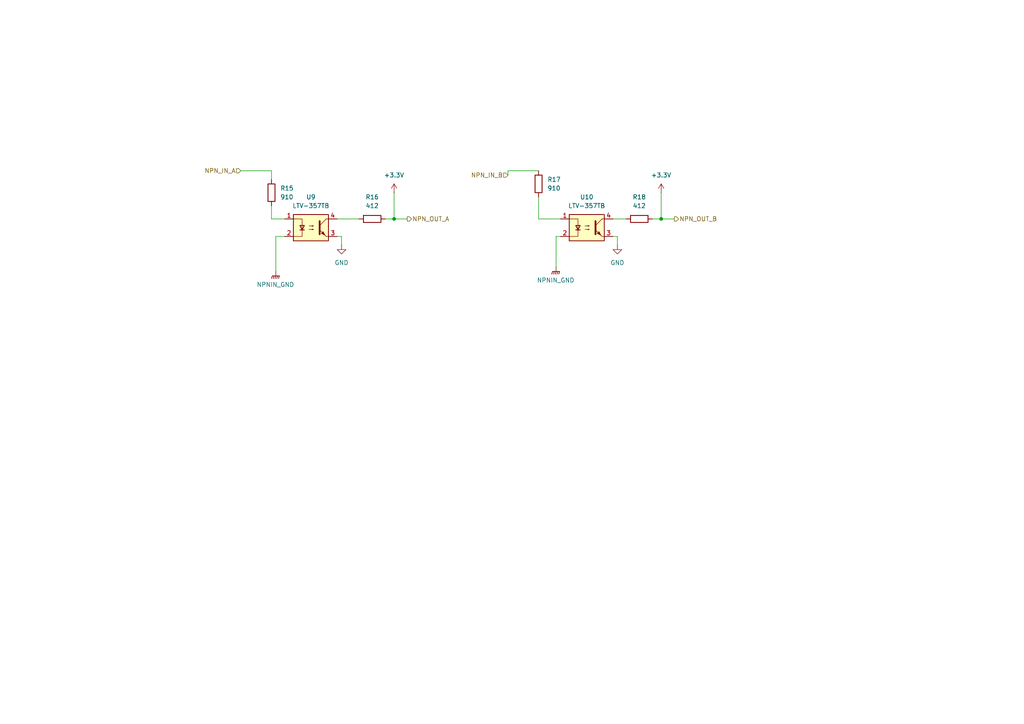
<source format=kicad_sch>
(kicad_sch
	(version 20250114)
	(generator "eeschema")
	(generator_version "9.0")
	(uuid "b23255a0-00b8-45b8-8c38-0d3968a99b1f")
	(paper "A4")
	(lib_symbols
		(symbol "Device:R"
			(pin_numbers
				(hide yes)
			)
			(pin_names
				(offset 0)
			)
			(exclude_from_sim no)
			(in_bom yes)
			(on_board yes)
			(property "Reference" "R"
				(at 2.032 0 90)
				(effects
					(font
						(size 1.27 1.27)
					)
				)
			)
			(property "Value" "R"
				(at 0 0 90)
				(effects
					(font
						(size 1.27 1.27)
					)
				)
			)
			(property "Footprint" ""
				(at -1.778 0 90)
				(effects
					(font
						(size 1.27 1.27)
					)
					(hide yes)
				)
			)
			(property "Datasheet" "~"
				(at 0 0 0)
				(effects
					(font
						(size 1.27 1.27)
					)
					(hide yes)
				)
			)
			(property "Description" "Resistor"
				(at 0 0 0)
				(effects
					(font
						(size 1.27 1.27)
					)
					(hide yes)
				)
			)
			(property "ki_keywords" "R res resistor"
				(at 0 0 0)
				(effects
					(font
						(size 1.27 1.27)
					)
					(hide yes)
				)
			)
			(property "ki_fp_filters" "R_*"
				(at 0 0 0)
				(effects
					(font
						(size 1.27 1.27)
					)
					(hide yes)
				)
			)
			(symbol "R_0_1"
				(rectangle
					(start -1.016 -2.54)
					(end 1.016 2.54)
					(stroke
						(width 0.254)
						(type default)
					)
					(fill
						(type none)
					)
				)
			)
			(symbol "R_1_1"
				(pin passive line
					(at 0 3.81 270)
					(length 1.27)
					(name "~"
						(effects
							(font
								(size 1.27 1.27)
							)
						)
					)
					(number "1"
						(effects
							(font
								(size 1.27 1.27)
							)
						)
					)
				)
				(pin passive line
					(at 0 -3.81 90)
					(length 1.27)
					(name "~"
						(effects
							(font
								(size 1.27 1.27)
							)
						)
					)
					(number "2"
						(effects
							(font
								(size 1.27 1.27)
							)
						)
					)
				)
			)
			(embedded_fonts no)
		)
		(symbol "Isolator:LTV-357T"
			(pin_names
				(offset 1.016)
			)
			(exclude_from_sim no)
			(in_bom yes)
			(on_board yes)
			(property "Reference" "U"
				(at -5.334 4.826 0)
				(effects
					(font
						(size 1.27 1.27)
					)
					(justify left)
				)
			)
			(property "Value" "LTV-357T"
				(at 0 5.08 0)
				(effects
					(font
						(size 1.27 1.27)
					)
					(justify left)
				)
			)
			(property "Footprint" "Package_SO:SO-4_4.4x3.6mm_P2.54mm"
				(at -5.08 -5.08 0)
				(effects
					(font
						(size 1.27 1.27)
						(italic yes)
					)
					(justify left)
					(hide yes)
				)
			)
			(property "Datasheet" "https://www.buerklin.com/medias/sys_master/download/download/h91/ha0/8892020588574.pdf"
				(at 0 0 0)
				(effects
					(font
						(size 1.27 1.27)
					)
					(justify left)
					(hide yes)
				)
			)
			(property "Description" "DC Optocoupler, Vce 35V, CTR 50%, SO-4"
				(at 0 0 0)
				(effects
					(font
						(size 1.27 1.27)
					)
					(hide yes)
				)
			)
			(property "ki_keywords" "NPN DC Optocoupler"
				(at 0 0 0)
				(effects
					(font
						(size 1.27 1.27)
					)
					(hide yes)
				)
			)
			(property "ki_fp_filters" "SO*4.4x3.6mm*P2.54mm*"
				(at 0 0 0)
				(effects
					(font
						(size 1.27 1.27)
					)
					(hide yes)
				)
			)
			(symbol "LTV-357T_0_1"
				(rectangle
					(start -5.08 3.81)
					(end 5.08 -3.81)
					(stroke
						(width 0.254)
						(type default)
					)
					(fill
						(type background)
					)
				)
				(polyline
					(pts
						(xy -5.08 2.54) (xy -2.54 2.54) (xy -2.54 -0.762)
					)
					(stroke
						(width 0)
						(type default)
					)
					(fill
						(type none)
					)
				)
				(polyline
					(pts
						(xy -3.175 -0.635) (xy -1.905 -0.635)
					)
					(stroke
						(width 0.254)
						(type default)
					)
					(fill
						(type none)
					)
				)
				(polyline
					(pts
						(xy -2.54 -0.635) (xy -2.54 -2.54) (xy -5.08 -2.54)
					)
					(stroke
						(width 0)
						(type default)
					)
					(fill
						(type none)
					)
				)
				(polyline
					(pts
						(xy -2.54 -0.635) (xy -3.175 0.635) (xy -1.905 0.635) (xy -2.54 -0.635)
					)
					(stroke
						(width 0.254)
						(type default)
					)
					(fill
						(type none)
					)
				)
				(polyline
					(pts
						(xy -0.508 0.508) (xy 0.762 0.508) (xy 0.381 0.381) (xy 0.381 0.635) (xy 0.762 0.508)
					)
					(stroke
						(width 0)
						(type default)
					)
					(fill
						(type none)
					)
				)
				(polyline
					(pts
						(xy -0.508 -0.508) (xy 0.762 -0.508) (xy 0.381 -0.635) (xy 0.381 -0.381) (xy 0.762 -0.508)
					)
					(stroke
						(width 0)
						(type default)
					)
					(fill
						(type none)
					)
				)
				(polyline
					(pts
						(xy 2.54 1.905) (xy 2.54 -1.905) (xy 2.54 -1.905)
					)
					(stroke
						(width 0.508)
						(type default)
					)
					(fill
						(type none)
					)
				)
				(polyline
					(pts
						(xy 2.54 0.635) (xy 4.445 2.54)
					)
					(stroke
						(width 0)
						(type default)
					)
					(fill
						(type none)
					)
				)
				(polyline
					(pts
						(xy 3.048 -1.651) (xy 3.556 -1.143) (xy 4.064 -2.159) (xy 3.048 -1.651) (xy 3.048 -1.651)
					)
					(stroke
						(width 0)
						(type default)
					)
					(fill
						(type outline)
					)
				)
				(polyline
					(pts
						(xy 4.445 2.54) (xy 5.08 2.54)
					)
					(stroke
						(width 0)
						(type default)
					)
					(fill
						(type none)
					)
				)
				(polyline
					(pts
						(xy 4.445 -2.54) (xy 2.54 -0.635)
					)
					(stroke
						(width 0)
						(type default)
					)
					(fill
						(type outline)
					)
				)
				(polyline
					(pts
						(xy 4.445 -2.54) (xy 5.08 -2.54)
					)
					(stroke
						(width 0)
						(type default)
					)
					(fill
						(type none)
					)
				)
			)
			(symbol "LTV-357T_1_1"
				(pin passive line
					(at -7.62 2.54 0)
					(length 2.54)
					(name "~"
						(effects
							(font
								(size 1.27 1.27)
							)
						)
					)
					(number "1"
						(effects
							(font
								(size 1.27 1.27)
							)
						)
					)
				)
				(pin passive line
					(at -7.62 -2.54 0)
					(length 2.54)
					(name "~"
						(effects
							(font
								(size 1.27 1.27)
							)
						)
					)
					(number "2"
						(effects
							(font
								(size 1.27 1.27)
							)
						)
					)
				)
				(pin passive line
					(at 7.62 2.54 180)
					(length 2.54)
					(name "~"
						(effects
							(font
								(size 1.27 1.27)
							)
						)
					)
					(number "4"
						(effects
							(font
								(size 1.27 1.27)
							)
						)
					)
				)
				(pin passive line
					(at 7.62 -2.54 180)
					(length 2.54)
					(name "~"
						(effects
							(font
								(size 1.27 1.27)
							)
						)
					)
					(number "3"
						(effects
							(font
								(size 1.27 1.27)
							)
						)
					)
				)
			)
			(embedded_fonts no)
		)
		(symbol "power:+3.3V"
			(power)
			(pin_numbers
				(hide yes)
			)
			(pin_names
				(offset 0)
				(hide yes)
			)
			(exclude_from_sim no)
			(in_bom yes)
			(on_board yes)
			(property "Reference" "#PWR"
				(at 0 -3.81 0)
				(effects
					(font
						(size 1.27 1.27)
					)
					(hide yes)
				)
			)
			(property "Value" "+3.3V"
				(at 0 3.556 0)
				(effects
					(font
						(size 1.27 1.27)
					)
				)
			)
			(property "Footprint" ""
				(at 0 0 0)
				(effects
					(font
						(size 1.27 1.27)
					)
					(hide yes)
				)
			)
			(property "Datasheet" ""
				(at 0 0 0)
				(effects
					(font
						(size 1.27 1.27)
					)
					(hide yes)
				)
			)
			(property "Description" "Power symbol creates a global label with name \"+3.3V\""
				(at 0 0 0)
				(effects
					(font
						(size 1.27 1.27)
					)
					(hide yes)
				)
			)
			(property "ki_keywords" "global power"
				(at 0 0 0)
				(effects
					(font
						(size 1.27 1.27)
					)
					(hide yes)
				)
			)
			(symbol "+3.3V_0_1"
				(polyline
					(pts
						(xy -0.762 1.27) (xy 0 2.54)
					)
					(stroke
						(width 0)
						(type default)
					)
					(fill
						(type none)
					)
				)
				(polyline
					(pts
						(xy 0 2.54) (xy 0.762 1.27)
					)
					(stroke
						(width 0)
						(type default)
					)
					(fill
						(type none)
					)
				)
				(polyline
					(pts
						(xy 0 0) (xy 0 2.54)
					)
					(stroke
						(width 0)
						(type default)
					)
					(fill
						(type none)
					)
				)
			)
			(symbol "+3.3V_1_1"
				(pin power_in line
					(at 0 0 90)
					(length 0)
					(name "~"
						(effects
							(font
								(size 1.27 1.27)
							)
						)
					)
					(number "1"
						(effects
							(font
								(size 1.27 1.27)
							)
						)
					)
				)
			)
			(embedded_fonts no)
		)
		(symbol "power:GND"
			(power)
			(pin_numbers
				(hide yes)
			)
			(pin_names
				(offset 0)
				(hide yes)
			)
			(exclude_from_sim no)
			(in_bom yes)
			(on_board yes)
			(property "Reference" "#PWR"
				(at 0 -6.35 0)
				(effects
					(font
						(size 1.27 1.27)
					)
					(hide yes)
				)
			)
			(property "Value" "GND"
				(at 0 -3.81 0)
				(effects
					(font
						(size 1.27 1.27)
					)
				)
			)
			(property "Footprint" ""
				(at 0 0 0)
				(effects
					(font
						(size 1.27 1.27)
					)
					(hide yes)
				)
			)
			(property "Datasheet" ""
				(at 0 0 0)
				(effects
					(font
						(size 1.27 1.27)
					)
					(hide yes)
				)
			)
			(property "Description" "Power symbol creates a global label with name \"GND\" , ground"
				(at 0 0 0)
				(effects
					(font
						(size 1.27 1.27)
					)
					(hide yes)
				)
			)
			(property "ki_keywords" "global power"
				(at 0 0 0)
				(effects
					(font
						(size 1.27 1.27)
					)
					(hide yes)
				)
			)
			(symbol "GND_0_1"
				(polyline
					(pts
						(xy 0 0) (xy 0 -1.27) (xy 1.27 -1.27) (xy 0 -2.54) (xy -1.27 -1.27) (xy 0 -1.27)
					)
					(stroke
						(width 0)
						(type default)
					)
					(fill
						(type none)
					)
				)
			)
			(symbol "GND_1_1"
				(pin power_in line
					(at 0 0 270)
					(length 0)
					(name "~"
						(effects
							(font
								(size 1.27 1.27)
							)
						)
					)
					(number "1"
						(effects
							(font
								(size 1.27 1.27)
							)
						)
					)
				)
			)
			(embedded_fonts no)
		)
		(symbol "power:GNDPWR"
			(power)
			(pin_numbers
				(hide yes)
			)
			(pin_names
				(offset 0)
				(hide yes)
			)
			(exclude_from_sim no)
			(in_bom yes)
			(on_board yes)
			(property "Reference" "#PWR"
				(at 0 -5.08 0)
				(effects
					(font
						(size 1.27 1.27)
					)
					(hide yes)
				)
			)
			(property "Value" "GNDPWR"
				(at 0 -3.302 0)
				(effects
					(font
						(size 1.27 1.27)
					)
				)
			)
			(property "Footprint" ""
				(at 0 -1.27 0)
				(effects
					(font
						(size 1.27 1.27)
					)
					(hide yes)
				)
			)
			(property "Datasheet" ""
				(at 0 -1.27 0)
				(effects
					(font
						(size 1.27 1.27)
					)
					(hide yes)
				)
			)
			(property "Description" "Power symbol creates a global label with name \"GNDPWR\" , global ground"
				(at 0 0 0)
				(effects
					(font
						(size 1.27 1.27)
					)
					(hide yes)
				)
			)
			(property "ki_keywords" "global ground"
				(at 0 0 0)
				(effects
					(font
						(size 1.27 1.27)
					)
					(hide yes)
				)
			)
			(symbol "GNDPWR_0_1"
				(polyline
					(pts
						(xy -1.016 -1.27) (xy -1.27 -2.032) (xy -1.27 -2.032)
					)
					(stroke
						(width 0.2032)
						(type default)
					)
					(fill
						(type none)
					)
				)
				(polyline
					(pts
						(xy -0.508 -1.27) (xy -0.762 -2.032) (xy -0.762 -2.032)
					)
					(stroke
						(width 0.2032)
						(type default)
					)
					(fill
						(type none)
					)
				)
				(polyline
					(pts
						(xy 0 -1.27) (xy 0 0)
					)
					(stroke
						(width 0)
						(type default)
					)
					(fill
						(type none)
					)
				)
				(polyline
					(pts
						(xy 0 -1.27) (xy -0.254 -2.032) (xy -0.254 -2.032)
					)
					(stroke
						(width 0.2032)
						(type default)
					)
					(fill
						(type none)
					)
				)
				(polyline
					(pts
						(xy 0.508 -1.27) (xy 0.254 -2.032) (xy 0.254 -2.032)
					)
					(stroke
						(width 0.2032)
						(type default)
					)
					(fill
						(type none)
					)
				)
				(polyline
					(pts
						(xy 1.016 -1.27) (xy -1.016 -1.27) (xy -1.016 -1.27)
					)
					(stroke
						(width 0.2032)
						(type default)
					)
					(fill
						(type none)
					)
				)
				(polyline
					(pts
						(xy 1.016 -1.27) (xy 0.762 -2.032) (xy 0.762 -2.032) (xy 0.762 -2.032)
					)
					(stroke
						(width 0.2032)
						(type default)
					)
					(fill
						(type none)
					)
				)
			)
			(symbol "GNDPWR_1_1"
				(pin power_in line
					(at 0 0 270)
					(length 0)
					(name "~"
						(effects
							(font
								(size 1.27 1.27)
							)
						)
					)
					(number "1"
						(effects
							(font
								(size 1.27 1.27)
							)
						)
					)
				)
			)
			(embedded_fonts no)
		)
	)
	(junction
		(at 114.3 63.5)
		(diameter 0)
		(color 0 0 0 0)
		(uuid "28271399-f619-4547-a7bf-e07fd20f61d2")
	)
	(junction
		(at 191.77 63.5)
		(diameter 0)
		(color 0 0 0 0)
		(uuid "2dbbf13b-fb83-474a-a3c6-659985b66675")
	)
	(wire
		(pts
			(xy 78.74 63.5) (xy 82.55 63.5)
		)
		(stroke
			(width 0)
			(type default)
		)
		(uuid "07ba6612-696e-4897-a18e-15d073cc66ac")
	)
	(wire
		(pts
			(xy 99.06 71.12) (xy 99.06 68.58)
		)
		(stroke
			(width 0)
			(type default)
		)
		(uuid "195f326d-490f-488e-95e6-7b9366c69d60")
	)
	(wire
		(pts
			(xy 78.74 59.69) (xy 78.74 63.5)
		)
		(stroke
			(width 0)
			(type default)
		)
		(uuid "1c1d8791-2419-4e7b-93d3-d3951c83fc14")
	)
	(wire
		(pts
			(xy 191.77 55.88) (xy 191.77 63.5)
		)
		(stroke
			(width 0)
			(type default)
		)
		(uuid "322b8839-9c83-4d64-add4-07bc051074a1")
	)
	(wire
		(pts
			(xy 177.8 63.5) (xy 181.61 63.5)
		)
		(stroke
			(width 0)
			(type default)
		)
		(uuid "3e78b382-5904-4049-87c4-c10261a63cf3")
	)
	(wire
		(pts
			(xy 114.3 63.5) (xy 118.11 63.5)
		)
		(stroke
			(width 0)
			(type default)
		)
		(uuid "463aad9e-f084-4682-9c3f-9b7ddb9ae607")
	)
	(wire
		(pts
			(xy 111.76 63.5) (xy 114.3 63.5)
		)
		(stroke
			(width 0)
			(type default)
		)
		(uuid "4bddebf6-65db-4083-a186-fbdf4e3d6e8d")
	)
	(wire
		(pts
			(xy 161.29 68.58) (xy 162.56 68.58)
		)
		(stroke
			(width 0)
			(type default)
		)
		(uuid "4f1a2110-96d8-49d4-b9a2-3919552b6f34")
	)
	(wire
		(pts
			(xy 156.21 57.15) (xy 156.21 63.5)
		)
		(stroke
			(width 0)
			(type default)
		)
		(uuid "519af4de-d3b2-43d1-936f-79863213380b")
	)
	(wire
		(pts
			(xy 156.21 63.5) (xy 162.56 63.5)
		)
		(stroke
			(width 0)
			(type default)
		)
		(uuid "5a114a4d-e2c1-49f3-8e72-ede816201b46")
	)
	(wire
		(pts
			(xy 147.32 49.53) (xy 147.32 50.8)
		)
		(stroke
			(width 0)
			(type default)
		)
		(uuid "60bb1541-b338-4013-985c-68038370f075")
	)
	(wire
		(pts
			(xy 179.07 71.12) (xy 179.07 68.58)
		)
		(stroke
			(width 0)
			(type default)
		)
		(uuid "79bc9716-267a-49ac-ba93-52e8303ee4d3")
	)
	(wire
		(pts
			(xy 80.01 68.58) (xy 82.55 68.58)
		)
		(stroke
			(width 0)
			(type default)
		)
		(uuid "814180a7-3886-4218-a774-a825eb7206e1")
	)
	(wire
		(pts
			(xy 80.01 78.74) (xy 80.01 68.58)
		)
		(stroke
			(width 0)
			(type default)
		)
		(uuid "858f6d88-d84a-4bd1-91c6-3cfabb5a9e4a")
	)
	(wire
		(pts
			(xy 191.77 63.5) (xy 195.58 63.5)
		)
		(stroke
			(width 0)
			(type default)
		)
		(uuid "89436273-4779-4385-aed5-57b323071b38")
	)
	(wire
		(pts
			(xy 161.29 77.47) (xy 161.29 68.58)
		)
		(stroke
			(width 0)
			(type default)
		)
		(uuid "9779ecb9-cfed-4ec0-8cd1-b132a5aa7c33")
	)
	(wire
		(pts
			(xy 156.21 49.53) (xy 147.32 49.53)
		)
		(stroke
			(width 0)
			(type default)
		)
		(uuid "a2bb2e03-d52c-439c-b6b5-b0d3e72b9502")
	)
	(wire
		(pts
			(xy 114.3 55.88) (xy 114.3 63.5)
		)
		(stroke
			(width 0)
			(type default)
		)
		(uuid "a5d609c1-8ea0-491e-9b5d-14a258e8cd0c")
	)
	(wire
		(pts
			(xy 97.79 63.5) (xy 104.14 63.5)
		)
		(stroke
			(width 0)
			(type default)
		)
		(uuid "b112f6fe-2272-40e2-832f-ae0100e6773b")
	)
	(wire
		(pts
			(xy 78.74 49.53) (xy 78.74 52.07)
		)
		(stroke
			(width 0)
			(type default)
		)
		(uuid "caf2bcd3-ce35-4df6-b3bd-8952f256befa")
	)
	(wire
		(pts
			(xy 177.8 68.58) (xy 179.07 68.58)
		)
		(stroke
			(width 0)
			(type default)
		)
		(uuid "cc0277ef-9337-4f82-a0d1-66fd89410025")
	)
	(wire
		(pts
			(xy 189.23 63.5) (xy 191.77 63.5)
		)
		(stroke
			(width 0)
			(type default)
		)
		(uuid "e73c84da-5903-4295-82a6-4bf8d68dfa3a")
	)
	(wire
		(pts
			(xy 69.85 49.53) (xy 78.74 49.53)
		)
		(stroke
			(width 0)
			(type default)
		)
		(uuid "e91fac49-5ac6-4cff-9488-04fc24d0f8d6")
	)
	(wire
		(pts
			(xy 97.79 68.58) (xy 99.06 68.58)
		)
		(stroke
			(width 0)
			(type default)
		)
		(uuid "ea7868db-e16a-4bcb-92e1-bb77e7ae3b1f")
	)
	(hierarchical_label "NPN_OUT_A"
		(shape output)
		(at 118.11 63.5 0)
		(effects
			(font
				(size 1.27 1.27)
			)
			(justify left)
		)
		(uuid "1fc0d1d8-bf19-4b20-8f61-018542fdd80a")
	)
	(hierarchical_label "NPN_IN_B"
		(shape input)
		(at 147.32 50.8 180)
		(effects
			(font
				(size 1.27 1.27)
			)
			(justify right)
		)
		(uuid "3e6ae59c-b49e-4050-bfa6-77ab4ca48577")
	)
	(hierarchical_label "NPN_OUT_B"
		(shape output)
		(at 195.58 63.5 0)
		(effects
			(font
				(size 1.27 1.27)
			)
			(justify left)
		)
		(uuid "9119f8a3-0851-437f-8338-0dbfdf097416")
	)
	(hierarchical_label "NPN_IN_A"
		(shape input)
		(at 69.85 49.53 180)
		(effects
			(font
				(size 1.27 1.27)
			)
			(justify right)
		)
		(uuid "c6022afb-0dda-4dba-942f-d0582ac69966")
	)
	(symbol
		(lib_id "Device:R")
		(at 78.74 55.88 0)
		(unit 1)
		(exclude_from_sim no)
		(in_bom yes)
		(on_board yes)
		(dnp no)
		(fields_autoplaced yes)
		(uuid "0cc5fae7-8cce-43ff-87b5-33268e2eb688")
		(property "Reference" "R15"
			(at 81.28 54.6099 0)
			(effects
				(font
					(size 1.27 1.27)
				)
				(justify left)
			)
		)
		(property "Value" "910"
			(at 81.28 57.1499 0)
			(effects
				(font
					(size 1.27 1.27)
				)
				(justify left)
			)
		)
		(property "Footprint" "Resistor_SMD:R_0603_1608Metric"
			(at 76.962 55.88 90)
			(effects
				(font
					(size 1.27 1.27)
				)
				(hide yes)
			)
		)
		(property "Datasheet" "~"
			(at 78.74 55.88 0)
			(effects
				(font
					(size 1.27 1.27)
				)
				(hide yes)
			)
		)
		(property "Description" "Resistor"
			(at 78.74 55.88 0)
			(effects
				(font
					(size 1.27 1.27)
				)
				(hide yes)
			)
		)
		(property "LCSC#" "C114670"
			(at 78.74 55.88 90)
			(effects
				(font
					(size 1.27 1.27)
				)
				(hide yes)
			)
		)
		(pin "1"
			(uuid "564add28-5422-4b4f-b62a-96ba040ff261")
		)
		(pin "2"
			(uuid "e9abee80-154c-45a4-8544-7da07f543403")
		)
		(instances
			(project "NIVARA PROJECT"
				(path "/dc6fb271-dfd0-4448-98f1-862b1cc93a80/2ca62569-d560-4cca-9470-52fd378086ae/b63deb75-2d87-4a03-899b-8c4e00e95645"
					(reference "R15")
					(unit 1)
				)
			)
		)
	)
	(symbol
		(lib_id "Isolator:LTV-357T")
		(at 90.17 66.04 0)
		(unit 1)
		(exclude_from_sim no)
		(in_bom yes)
		(on_board yes)
		(dnp no)
		(fields_autoplaced yes)
		(uuid "0dea9fb4-764b-4879-b559-b4699fc8139c")
		(property "Reference" "U9"
			(at 90.17 57.15 0)
			(effects
				(font
					(size 1.27 1.27)
				)
			)
		)
		(property "Value" "LTV-357TB"
			(at 90.17 59.69 0)
			(effects
				(font
					(size 1.27 1.27)
				)
			)
		)
		(property "Footprint" "Package_SO:SO-4_4.4x3.6mm_P2.54mm"
			(at 85.09 71.12 0)
			(effects
				(font
					(size 1.27 1.27)
					(italic yes)
				)
				(justify left)
				(hide yes)
			)
		)
		(property "Datasheet" "https://www.buerklin.com/medias/sys_master/download/download/h91/ha0/8892020588574.pdf"
			(at 90.17 66.04 0)
			(effects
				(font
					(size 1.27 1.27)
				)
				(justify left)
				(hide yes)
			)
		)
		(property "Description" "DC Optocoupler, Vce 35V, CTR 50%, SO-4"
			(at 90.17 66.04 0)
			(effects
				(font
					(size 1.27 1.27)
				)
				(hide yes)
			)
		)
		(pin "3"
			(uuid "e07c3d0c-0840-44e0-801c-2e9ee62bc703")
		)
		(pin "1"
			(uuid "7413d5c3-e3a1-4e8a-8a9c-8afb34995859")
		)
		(pin "2"
			(uuid "f3f4af31-cd77-4f47-b9c7-26a69d78a4ef")
		)
		(pin "4"
			(uuid "b6432a76-4de9-4211-bc8c-bf1f2fa4715d")
		)
		(instances
			(project "NIVARA PROJECT"
				(path "/dc6fb271-dfd0-4448-98f1-862b1cc93a80/2ca62569-d560-4cca-9470-52fd378086ae/b63deb75-2d87-4a03-899b-8c4e00e95645"
					(reference "U9")
					(unit 1)
				)
			)
		)
	)
	(symbol
		(lib_id "power:GND")
		(at 99.06 71.12 0)
		(unit 1)
		(exclude_from_sim no)
		(in_bom yes)
		(on_board yes)
		(dnp no)
		(fields_autoplaced yes)
		(uuid "3adf0d1f-7b61-4c21-a30a-69eb6b107dcd")
		(property "Reference" "#PWR045"
			(at 99.06 77.47 0)
			(effects
				(font
					(size 1.27 1.27)
				)
				(hide yes)
			)
		)
		(property "Value" "GND"
			(at 99.06 76.2 0)
			(effects
				(font
					(size 1.27 1.27)
				)
			)
		)
		(property "Footprint" ""
			(at 99.06 71.12 0)
			(effects
				(font
					(size 1.27 1.27)
				)
				(hide yes)
			)
		)
		(property "Datasheet" ""
			(at 99.06 71.12 0)
			(effects
				(font
					(size 1.27 1.27)
				)
				(hide yes)
			)
		)
		(property "Description" "Power symbol creates a global label with name \"GND\" , ground"
			(at 99.06 71.12 0)
			(effects
				(font
					(size 1.27 1.27)
				)
				(hide yes)
			)
		)
		(pin "1"
			(uuid "e5e792e1-483b-4502-8a73-85e9e92fbde5")
		)
		(instances
			(project "NIVARA PROJECT"
				(path "/dc6fb271-dfd0-4448-98f1-862b1cc93a80/2ca62569-d560-4cca-9470-52fd378086ae/b63deb75-2d87-4a03-899b-8c4e00e95645"
					(reference "#PWR045")
					(unit 1)
				)
			)
		)
	)
	(symbol
		(lib_id "power:GND")
		(at 179.07 71.12 0)
		(unit 1)
		(exclude_from_sim no)
		(in_bom yes)
		(on_board yes)
		(dnp no)
		(fields_autoplaced yes)
		(uuid "4e21c5f9-7a2f-4bfe-97e4-926aa9cbbeeb")
		(property "Reference" "#PWR048"
			(at 179.07 77.47 0)
			(effects
				(font
					(size 1.27 1.27)
				)
				(hide yes)
			)
		)
		(property "Value" "GND"
			(at 179.07 76.2 0)
			(effects
				(font
					(size 1.27 1.27)
				)
			)
		)
		(property "Footprint" ""
			(at 179.07 71.12 0)
			(effects
				(font
					(size 1.27 1.27)
				)
				(hide yes)
			)
		)
		(property "Datasheet" ""
			(at 179.07 71.12 0)
			(effects
				(font
					(size 1.27 1.27)
				)
				(hide yes)
			)
		)
		(property "Description" "Power symbol creates a global label with name \"GND\" , ground"
			(at 179.07 71.12 0)
			(effects
				(font
					(size 1.27 1.27)
				)
				(hide yes)
			)
		)
		(pin "1"
			(uuid "cf28ad97-c0f0-41f8-b461-547c3140b577")
		)
		(instances
			(project "NIVARA PROJECT"
				(path "/dc6fb271-dfd0-4448-98f1-862b1cc93a80/2ca62569-d560-4cca-9470-52fd378086ae/b63deb75-2d87-4a03-899b-8c4e00e95645"
					(reference "#PWR048")
					(unit 1)
				)
			)
		)
	)
	(symbol
		(lib_id "power:+3.3V")
		(at 114.3 55.88 0)
		(unit 1)
		(exclude_from_sim no)
		(in_bom yes)
		(on_board yes)
		(dnp no)
		(fields_autoplaced yes)
		(uuid "5ea0f42b-a789-463c-9962-cff9c120f6e4")
		(property "Reference" "#PWR046"
			(at 114.3 59.69 0)
			(effects
				(font
					(size 1.27 1.27)
				)
				(hide yes)
			)
		)
		(property "Value" "+3.3V"
			(at 114.3 50.8 0)
			(effects
				(font
					(size 1.27 1.27)
				)
			)
		)
		(property "Footprint" ""
			(at 114.3 55.88 0)
			(effects
				(font
					(size 1.27 1.27)
				)
				(hide yes)
			)
		)
		(property "Datasheet" ""
			(at 114.3 55.88 0)
			(effects
				(font
					(size 1.27 1.27)
				)
				(hide yes)
			)
		)
		(property "Description" "Power symbol creates a global label with name \"+3.3V\""
			(at 114.3 55.88 0)
			(effects
				(font
					(size 1.27 1.27)
				)
				(hide yes)
			)
		)
		(pin "1"
			(uuid "6c091340-e275-4386-80c9-264d6ae6818a")
		)
		(instances
			(project "NIVARA PROJECT"
				(path "/dc6fb271-dfd0-4448-98f1-862b1cc93a80/2ca62569-d560-4cca-9470-52fd378086ae/b63deb75-2d87-4a03-899b-8c4e00e95645"
					(reference "#PWR046")
					(unit 1)
				)
			)
		)
	)
	(symbol
		(lib_id "Device:R")
		(at 156.21 53.34 180)
		(unit 1)
		(exclude_from_sim no)
		(in_bom yes)
		(on_board yes)
		(dnp no)
		(fields_autoplaced yes)
		(uuid "648c5f88-6703-4ffd-8819-a447fea06839")
		(property "Reference" "R17"
			(at 158.75 52.0699 0)
			(effects
				(font
					(size 1.27 1.27)
				)
				(justify right)
			)
		)
		(property "Value" "910"
			(at 158.75 54.6099 0)
			(effects
				(font
					(size 1.27 1.27)
				)
				(justify right)
			)
		)
		(property "Footprint" "Resistor_SMD:R_0603_1608Metric"
			(at 157.988 53.34 90)
			(effects
				(font
					(size 1.27 1.27)
				)
				(hide yes)
			)
		)
		(property "Datasheet" "~"
			(at 156.21 53.34 0)
			(effects
				(font
					(size 1.27 1.27)
				)
				(hide yes)
			)
		)
		(property "Description" "Resistor"
			(at 156.21 53.34 0)
			(effects
				(font
					(size 1.27 1.27)
				)
				(hide yes)
			)
		)
		(property "LCSC#" "C114670"
			(at 156.21 53.34 90)
			(effects
				(font
					(size 1.27 1.27)
				)
				(hide yes)
			)
		)
		(pin "1"
			(uuid "4769f9c9-c92a-4b02-8f35-eab223c3c732")
		)
		(pin "2"
			(uuid "d40f2051-784b-4e91-9aaf-5790f2dfa1b4")
		)
		(instances
			(project "NIVARA PROJECT"
				(path "/dc6fb271-dfd0-4448-98f1-862b1cc93a80/2ca62569-d560-4cca-9470-52fd378086ae/b63deb75-2d87-4a03-899b-8c4e00e95645"
					(reference "R17")
					(unit 1)
				)
			)
		)
	)
	(symbol
		(lib_id "Isolator:LTV-357T")
		(at 170.18 66.04 0)
		(unit 1)
		(exclude_from_sim no)
		(in_bom yes)
		(on_board yes)
		(dnp no)
		(fields_autoplaced yes)
		(uuid "651c50ec-701a-400c-869a-5298fb75fdca")
		(property "Reference" "U10"
			(at 170.18 57.15 0)
			(effects
				(font
					(size 1.27 1.27)
				)
			)
		)
		(property "Value" "LTV-357TB"
			(at 170.18 59.69 0)
			(effects
				(font
					(size 1.27 1.27)
				)
			)
		)
		(property "Footprint" "Package_SO:SO-4_4.4x3.6mm_P2.54mm"
			(at 165.1 71.12 0)
			(effects
				(font
					(size 1.27 1.27)
					(italic yes)
				)
				(justify left)
				(hide yes)
			)
		)
		(property "Datasheet" "https://www.buerklin.com/medias/sys_master/download/download/h91/ha0/8892020588574.pdf"
			(at 170.18 66.04 0)
			(effects
				(font
					(size 1.27 1.27)
				)
				(justify left)
				(hide yes)
			)
		)
		(property "Description" "DC Optocoupler, Vce 35V, CTR 50%, SO-4"
			(at 170.18 66.04 0)
			(effects
				(font
					(size 1.27 1.27)
				)
				(hide yes)
			)
		)
		(pin "3"
			(uuid "3b90f539-96e0-42c5-9d57-0719c27697e3")
		)
		(pin "1"
			(uuid "be0b1429-c8bd-423b-ab79-19e8593f09f0")
		)
		(pin "2"
			(uuid "e2501b33-8b55-4a89-b4e7-fbb2fe6cc5d5")
		)
		(pin "4"
			(uuid "51e9101b-84fa-4ad1-944c-35a697227f23")
		)
		(instances
			(project "NIVARA PROJECT"
				(path "/dc6fb271-dfd0-4448-98f1-862b1cc93a80/2ca62569-d560-4cca-9470-52fd378086ae/b63deb75-2d87-4a03-899b-8c4e00e95645"
					(reference "U10")
					(unit 1)
				)
			)
		)
	)
	(symbol
		(lib_id "power:GNDPWR")
		(at 161.29 77.47 0)
		(unit 1)
		(exclude_from_sim no)
		(in_bom yes)
		(on_board yes)
		(dnp no)
		(fields_autoplaced yes)
		(uuid "71e08c3e-0336-4b7f-8d49-b6f10eaa1f5f")
		(property "Reference" "#PWR047"
			(at 161.29 82.55 0)
			(effects
				(font
					(size 1.27 1.27)
				)
				(hide yes)
			)
		)
		(property "Value" "NPNIN_GND"
			(at 161.163 81.28 0)
			(effects
				(font
					(size 1.27 1.27)
				)
			)
		)
		(property "Footprint" ""
			(at 161.29 78.74 0)
			(effects
				(font
					(size 1.27 1.27)
				)
				(hide yes)
			)
		)
		(property "Datasheet" ""
			(at 161.29 78.74 0)
			(effects
				(font
					(size 1.27 1.27)
				)
				(hide yes)
			)
		)
		(property "Description" "Power symbol creates a global label with name \"GNDPWR\" , global ground"
			(at 161.29 77.47 0)
			(effects
				(font
					(size 1.27 1.27)
				)
				(hide yes)
			)
		)
		(pin "1"
			(uuid "d12b1ce4-1dbb-474d-8376-de95bdd5c48b")
		)
		(instances
			(project "NIVARA PROJECT"
				(path "/dc6fb271-dfd0-4448-98f1-862b1cc93a80/2ca62569-d560-4cca-9470-52fd378086ae/b63deb75-2d87-4a03-899b-8c4e00e95645"
					(reference "#PWR047")
					(unit 1)
				)
			)
		)
	)
	(symbol
		(lib_id "Device:R")
		(at 107.95 63.5 270)
		(unit 1)
		(exclude_from_sim no)
		(in_bom yes)
		(on_board yes)
		(dnp no)
		(fields_autoplaced yes)
		(uuid "b76e227a-8533-4fcc-9d64-f7e3e1cf2cf4")
		(property "Reference" "R16"
			(at 107.95 57.15 90)
			(effects
				(font
					(size 1.27 1.27)
				)
			)
		)
		(property "Value" "412"
			(at 107.95 59.69 90)
			(effects
				(font
					(size 1.27 1.27)
				)
			)
		)
		(property "Footprint" ""
			(at 107.95 61.722 90)
			(effects
				(font
					(size 1.27 1.27)
				)
				(hide yes)
			)
		)
		(property "Datasheet" "~"
			(at 107.95 63.5 0)
			(effects
				(font
					(size 1.27 1.27)
				)
				(hide yes)
			)
		)
		(property "Description" "Resistor"
			(at 107.95 63.5 0)
			(effects
				(font
					(size 1.27 1.27)
				)
				(hide yes)
			)
		)
		(pin "1"
			(uuid "0c4603f5-e570-4692-80fb-72f7b74c2bb6")
		)
		(pin "2"
			(uuid "02192039-3b46-423c-b196-a715109efc1e")
		)
		(instances
			(project "NIVARA PROJECT"
				(path "/dc6fb271-dfd0-4448-98f1-862b1cc93a80/2ca62569-d560-4cca-9470-52fd378086ae/b63deb75-2d87-4a03-899b-8c4e00e95645"
					(reference "R16")
					(unit 1)
				)
			)
		)
	)
	(symbol
		(lib_id "power:+3.3V")
		(at 191.77 55.88 0)
		(unit 1)
		(exclude_from_sim no)
		(in_bom yes)
		(on_board yes)
		(dnp no)
		(fields_autoplaced yes)
		(uuid "b89daee3-460b-493c-8c5c-41e994d648f1")
		(property "Reference" "#PWR049"
			(at 191.77 59.69 0)
			(effects
				(font
					(size 1.27 1.27)
				)
				(hide yes)
			)
		)
		(property "Value" "+3.3V"
			(at 191.77 50.8 0)
			(effects
				(font
					(size 1.27 1.27)
				)
			)
		)
		(property "Footprint" ""
			(at 191.77 55.88 0)
			(effects
				(font
					(size 1.27 1.27)
				)
				(hide yes)
			)
		)
		(property "Datasheet" ""
			(at 191.77 55.88 0)
			(effects
				(font
					(size 1.27 1.27)
				)
				(hide yes)
			)
		)
		(property "Description" "Power symbol creates a global label with name \"+3.3V\""
			(at 191.77 55.88 0)
			(effects
				(font
					(size 1.27 1.27)
				)
				(hide yes)
			)
		)
		(pin "1"
			(uuid "52194ff3-140c-47d2-a313-80ef7f149eff")
		)
		(instances
			(project "NIVARA PROJECT"
				(path "/dc6fb271-dfd0-4448-98f1-862b1cc93a80/2ca62569-d560-4cca-9470-52fd378086ae/b63deb75-2d87-4a03-899b-8c4e00e95645"
					(reference "#PWR049")
					(unit 1)
				)
			)
		)
	)
	(symbol
		(lib_id "power:GNDPWR")
		(at 80.01 78.74 0)
		(unit 1)
		(exclude_from_sim no)
		(in_bom yes)
		(on_board yes)
		(dnp no)
		(fields_autoplaced yes)
		(uuid "df783fd4-f0f8-49e4-ab37-39df316c8f94")
		(property "Reference" "#PWR044"
			(at 80.01 83.82 0)
			(effects
				(font
					(size 1.27 1.27)
				)
				(hide yes)
			)
		)
		(property "Value" "NPNIN_GND"
			(at 79.883 82.55 0)
			(effects
				(font
					(size 1.27 1.27)
				)
			)
		)
		(property "Footprint" ""
			(at 80.01 80.01 0)
			(effects
				(font
					(size 1.27 1.27)
				)
				(hide yes)
			)
		)
		(property "Datasheet" ""
			(at 80.01 80.01 0)
			(effects
				(font
					(size 1.27 1.27)
				)
				(hide yes)
			)
		)
		(property "Description" "Power symbol creates a global label with name \"GNDPWR\" , global ground"
			(at 80.01 78.74 0)
			(effects
				(font
					(size 1.27 1.27)
				)
				(hide yes)
			)
		)
		(pin "1"
			(uuid "a40d2c21-712c-4f62-b839-c4bea4df23d1")
		)
		(instances
			(project "NIVARA PROJECT"
				(path "/dc6fb271-dfd0-4448-98f1-862b1cc93a80/2ca62569-d560-4cca-9470-52fd378086ae/b63deb75-2d87-4a03-899b-8c4e00e95645"
					(reference "#PWR044")
					(unit 1)
				)
			)
		)
	)
	(symbol
		(lib_id "Device:R")
		(at 185.42 63.5 270)
		(unit 1)
		(exclude_from_sim no)
		(in_bom yes)
		(on_board yes)
		(dnp no)
		(fields_autoplaced yes)
		(uuid "ef96b703-aa72-4d62-8bb5-1c5cd41a0a70")
		(property "Reference" "R18"
			(at 185.42 57.15 90)
			(effects
				(font
					(size 1.27 1.27)
				)
			)
		)
		(property "Value" "412"
			(at 185.42 59.69 90)
			(effects
				(font
					(size 1.27 1.27)
				)
			)
		)
		(property "Footprint" ""
			(at 185.42 61.722 90)
			(effects
				(font
					(size 1.27 1.27)
				)
				(hide yes)
			)
		)
		(property "Datasheet" "~"
			(at 185.42 63.5 0)
			(effects
				(font
					(size 1.27 1.27)
				)
				(hide yes)
			)
		)
		(property "Description" "Resistor"
			(at 185.42 63.5 0)
			(effects
				(font
					(size 1.27 1.27)
				)
				(hide yes)
			)
		)
		(pin "1"
			(uuid "77142477-d9ec-4fc6-91ee-5d4c96a93009")
		)
		(pin "2"
			(uuid "c3d84e46-8402-4ad7-99d4-cdc3acdcebfd")
		)
		(instances
			(project "NIVARA PROJECT"
				(path "/dc6fb271-dfd0-4448-98f1-862b1cc93a80/2ca62569-d560-4cca-9470-52fd378086ae/b63deb75-2d87-4a03-899b-8c4e00e95645"
					(reference "R18")
					(unit 1)
				)
			)
		)
	)
)

</source>
